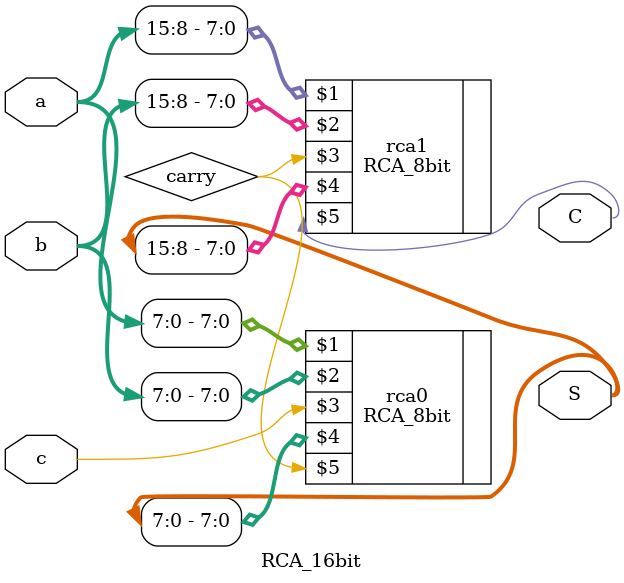
<source format=v>
`timescale 1ns / 1ps


module RCA_16bit(a,b,c,S,C);
	input [15:0] a,b;			// input 16 bit summands
	input c;						// carry input
	output [15:0] S;			// 16 bit sum output
	output C;					// Output Carry
	wire carry;					// Buffer Carry
	
	// Cascading two 8 bit Ripple Carry Adders to create a 16 bit Ripple Carry Adder
	RCA_8bit rca0(a[7:0],b[7:0],c,S[7:0],carry);
	RCA_8bit rca1(a[15:8],b[15:8],carry,S[15:8],C);

endmodule

</source>
